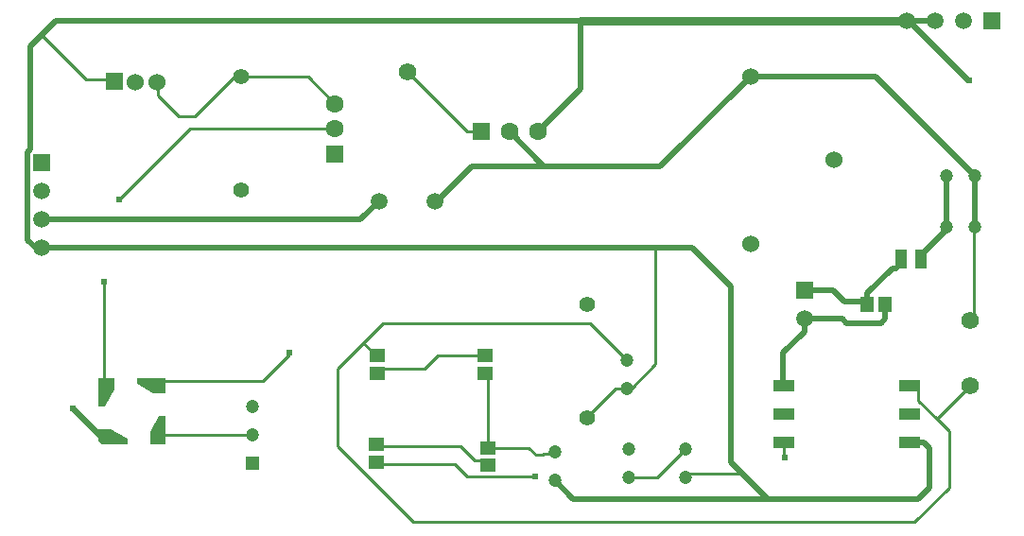
<source format=gtl>
G04*
G04 #@! TF.GenerationSoftware,Altium Limited,Altium Designer,22.7.1 (60)*
G04*
G04 Layer_Physical_Order=1*
G04 Layer_Color=255*
%FSLAX44Y44*%
%MOMM*%
G71*
G04*
G04 #@! TF.SameCoordinates,9849E2FD-7F07-45F3-A7E4-9B4BFC9397C6*
G04*
G04*
G04 #@! TF.FilePolarity,Positive*
G04*
G01*
G75*
%ADD12C,0.2540*%
%ADD16R,1.5240X0.7620*%
%ADD17R,0.5080X1.5240*%
%ADD18R,0.7620X1.5240*%
%ADD19R,1.0200X1.7800*%
%ADD20R,1.2000X1.4000*%
%ADD21R,1.8300X1.0900*%
%ADD22R,1.4000X1.2000*%
%ADD37C,1.5700*%
%ADD43C,0.5080*%
%ADD44C,0.7620*%
%ADD45R,1.2000X1.2000*%
%ADD46C,1.2000*%
%ADD47C,1.5240*%
%ADD48R,1.5240X1.5240*%
%ADD49C,1.6000*%
%ADD50R,1.6000X1.6000*%
%ADD51C,1.6000*%
%ADD52R,1.6000X1.6000*%
%ADD53C,1.5000*%
%ADD54R,1.5000X1.5000*%
%ADD55R,1.5000X1.5000*%
%ADD56C,1.4000*%
%ADD57C,0.6096*%
G36*
X87723Y117343D02*
X102517Y108945D01*
Y103357D01*
X89843Y103343D01*
X87723D01*
X87716Y103350D01*
X80180D01*
X76680Y106850D01*
Y117350D01*
X87716D01*
X87723Y117343D01*
D02*
G37*
G36*
X136652Y116586D02*
Y114466D01*
Y103466D01*
X122652D01*
Y114466D01*
X131050Y129261D01*
X136638D01*
X136652Y116586D01*
D02*
G37*
G36*
X90820Y152400D02*
X82422Y137605D01*
X76834D01*
X76820Y150280D01*
Y152400D01*
Y163400D01*
X90820D01*
Y152400D01*
D02*
G37*
G36*
X136730Y149210D02*
X125730D01*
X110935Y157608D01*
Y163196D01*
X123610Y163210D01*
X136730D01*
Y149210D01*
D02*
G37*
D12*
X81026Y155194D02*
X81280Y155448D01*
Y248920D01*
X95250Y322580D02*
X158750Y386080D01*
X288290D01*
X475615Y352425D02*
X476250D01*
X420720Y89440D02*
X425450Y84710D01*
X326770Y101980D02*
X400940D01*
X413480Y89440D01*
X420720D01*
X325120Y87630D02*
X326770Y85980D01*
X325120Y103630D02*
X326770Y101980D01*
X290830Y171450D02*
X313690Y194310D01*
X313960D02*
X325390Y182880D01*
X313690Y194310D02*
X313960D01*
X325390Y182880D02*
X326390D01*
X368825Y171610D02*
X380475Y183260D01*
X326390Y166880D02*
X331120Y171610D01*
X380475Y183260D02*
X422910D01*
X331120Y171610D02*
X368825D01*
X422910Y167260D02*
X425450Y164720D01*
Y100710D02*
Y164720D01*
X353060Y436880D02*
X406400Y383540D01*
X419100D01*
X226060Y433070D02*
X264100D01*
X860425Y220345D02*
Y297815D01*
X861060Y298450D01*
X859790Y219710D02*
X860425Y220345D01*
X833850Y294070D02*
Y296640D01*
X812820Y269240D02*
Y273040D01*
X833850Y296640D02*
X835660Y298450D01*
X791190Y261610D02*
X795020Y265440D01*
Y269240D01*
X827399Y126359D02*
X838200Y115558D01*
X810840Y142918D02*
X827399Y126359D01*
X857250Y156210D01*
X857250D01*
X377660Y321310D02*
X379965D01*
X442195Y383540D02*
X444500D01*
X132080Y113030D02*
X133350Y111760D01*
X214630D01*
X129794Y160020D02*
X223520D01*
X128778Y159004D02*
X129794Y160020D01*
X203200Y330200D02*
X204470Y331470D01*
X313690Y194310D02*
X331470Y212090D01*
X516890D01*
X247650Y184150D02*
Y185420D01*
X223520Y160020D02*
X247650Y184150D01*
X128905Y427673D02*
X129858Y426720D01*
Y416242D02*
Y426720D01*
Y416242D02*
X148590Y397510D01*
X65087Y430213D02*
X89535D01*
X90805Y428942D01*
X25400Y469900D02*
X65087Y430213D01*
X148590Y397510D02*
X162560D01*
X467591Y74900D02*
X467802Y75111D01*
X406866Y74900D02*
X467591D01*
X395786Y85980D02*
X406866Y74900D01*
X326770Y85980D02*
X395786D01*
X475330Y94975D02*
X483595D01*
X474335Y93980D02*
X475330Y94975D01*
X483595D02*
X485140Y96520D01*
X468630Y93980D02*
X474335D01*
X425450Y100710D02*
X461900D01*
X468630Y93980D01*
X483330Y98330D02*
X485140Y96520D01*
X516890Y212090D02*
X549910Y179070D01*
X290830Y101600D02*
Y171450D01*
X358140Y34290D02*
X807502D01*
X290830Y101600D02*
X358140Y34290D01*
X689610Y157160D02*
X690560Y156210D01*
X762000Y231650D02*
X762510Y231140D01*
X765050Y228600D01*
X198120Y433070D02*
X226060D01*
X264100D02*
X288290Y408880D01*
X162560Y397510D02*
X198120Y433070D01*
X551180Y73660D02*
X576580D01*
X601980Y99060D01*
X325120Y87630D02*
X328040Y90550D01*
X539750Y153670D02*
X549910D01*
X514350Y128270D02*
X539750Y153670D01*
X807502Y34290D02*
X838200Y64988D01*
Y115558D01*
X806660Y156210D02*
X810840Y152030D01*
X802960Y156210D02*
X806660D01*
X810840Y142918D02*
Y152030D01*
X575310Y175260D02*
Y278130D01*
X553720Y153670D02*
X575310Y175260D01*
X690560Y92238D02*
X691215Y91582D01*
X690560Y92238D02*
Y105410D01*
X605790Y77470D02*
X652780D01*
X601980Y73660D02*
X605790Y77470D01*
X549910Y153670D02*
X553720D01*
X20320Y279400D02*
X25400D01*
D16*
X128778Y159004D02*
D03*
X89154Y107696D02*
D03*
D17*
X132080Y113030D02*
D03*
D18*
X81026Y155194D02*
D03*
D19*
X795020Y269240D02*
D03*
X812820D02*
D03*
D20*
X765050Y228600D02*
D03*
X781050D02*
D03*
D21*
X802960Y156210D02*
D03*
Y130810D02*
D03*
Y105410D02*
D03*
X690560D02*
D03*
Y130810D02*
D03*
Y156210D02*
D03*
D22*
X325120Y103630D02*
D03*
Y87630D02*
D03*
X425450Y84710D02*
D03*
Y100710D02*
D03*
X422910Y167260D02*
D03*
Y183260D02*
D03*
X326390Y182880D02*
D03*
Y166880D02*
D03*
D37*
X353060Y436880D02*
D03*
X857250Y156210D02*
D03*
Y214630D02*
D03*
D43*
X53340Y135890D02*
X78740Y110490D01*
Y109220D02*
Y110490D01*
X802365Y482600D02*
X825500D01*
X802365D02*
X855705Y429260D01*
X855980D01*
X800100Y482600D02*
X802365D01*
X12820Y286900D02*
X20320Y279400D01*
X12820Y286900D02*
Y365204D01*
X15240Y367624D02*
Y459740D01*
X25400Y469900D01*
X12820Y365204D02*
X15240Y367624D01*
X476250Y352425D02*
X579615D01*
X411080D02*
X475615D01*
X444500Y383540D02*
X475615Y352425D01*
X772090Y433140D02*
X861060Y344170D01*
X660330Y433140D02*
X772090D01*
X861060Y298450D02*
Y344170D01*
X835660Y298450D02*
Y344170D01*
X812820Y273040D02*
X833850Y294070D01*
X787390Y261610D02*
X791190D01*
X765050Y228600D02*
Y239270D01*
X787390Y261610D01*
X379965Y321310D02*
X411080Y352425D01*
X579615D02*
X660330Y433140D01*
X311150Y304800D02*
X327660Y321310D01*
X25400Y304800D02*
X311150D01*
X469900Y383540D02*
X508000Y421640D01*
Y482600D01*
X25400Y469900D02*
X38100Y482600D01*
X501650Y54610D02*
X675640D01*
X485140Y71120D02*
X501650Y54610D01*
X652780Y77470D02*
X675640Y54610D01*
X25400Y279400D02*
X608330D01*
X642620Y87630D02*
X652780Y77470D01*
X689610Y157160D02*
Y185420D01*
X708660Y204470D02*
Y215900D01*
X689610Y185420D02*
X708660Y204470D01*
X742731Y215900D02*
X746541Y212090D01*
X708660Y215900D02*
X742731D01*
X746541Y212090D02*
X777240D01*
X781050Y215900D01*
Y228600D01*
X744220Y231140D02*
X762510D01*
X708660Y241300D02*
X734060D01*
X744220Y231140D01*
X820420Y64770D02*
Y100330D01*
X675640Y54610D02*
X810260D01*
X820420Y64770D01*
X38100Y482600D02*
X508000D01*
X608330Y279400D02*
X642620Y245110D01*
Y87630D02*
Y245110D01*
X815340Y105410D02*
X820420Y100330D01*
X802960Y105410D02*
X815340D01*
D44*
X508000Y482600D02*
X800100D01*
D45*
X214630Y86360D02*
D03*
D46*
Y111760D02*
D03*
Y137160D02*
D03*
X861060Y344170D02*
D03*
X835660D02*
D03*
Y298450D02*
D03*
X861060D02*
D03*
X601980Y99060D02*
D03*
Y73660D02*
D03*
X551180D02*
D03*
Y99060D02*
D03*
X485140Y71120D02*
D03*
Y96520D02*
D03*
X549910Y153670D02*
D03*
Y179070D02*
D03*
D47*
X128905Y427673D02*
D03*
X109220Y427990D02*
D03*
X735330Y358140D02*
D03*
X660330Y433140D02*
D03*
Y283140D02*
D03*
D48*
X90805Y428942D02*
D03*
D49*
X288290Y408880D02*
D03*
Y386080D02*
D03*
D50*
Y363280D02*
D03*
D51*
X444500Y383540D02*
D03*
X469900D02*
D03*
D52*
X419100D02*
D03*
D53*
X800100Y482600D02*
D03*
X825500D02*
D03*
X850900D02*
D03*
X708660Y215900D02*
D03*
X327660Y321310D02*
D03*
X377660D02*
D03*
X25400Y330200D02*
D03*
Y279400D02*
D03*
Y304800D02*
D03*
D54*
X876300Y482600D02*
D03*
D55*
X708660Y241300D02*
D03*
X25400Y355600D02*
D03*
D56*
X514350Y127000D02*
D03*
Y228600D02*
D03*
X204470Y433070D02*
D03*
Y331470D02*
D03*
D57*
X53340Y135890D02*
D03*
X81280Y248920D02*
D03*
X95250Y322580D02*
D03*
X855980Y429260D02*
D03*
X247650Y185420D02*
D03*
X467802Y75111D02*
D03*
X691215Y91582D02*
D03*
M02*

</source>
